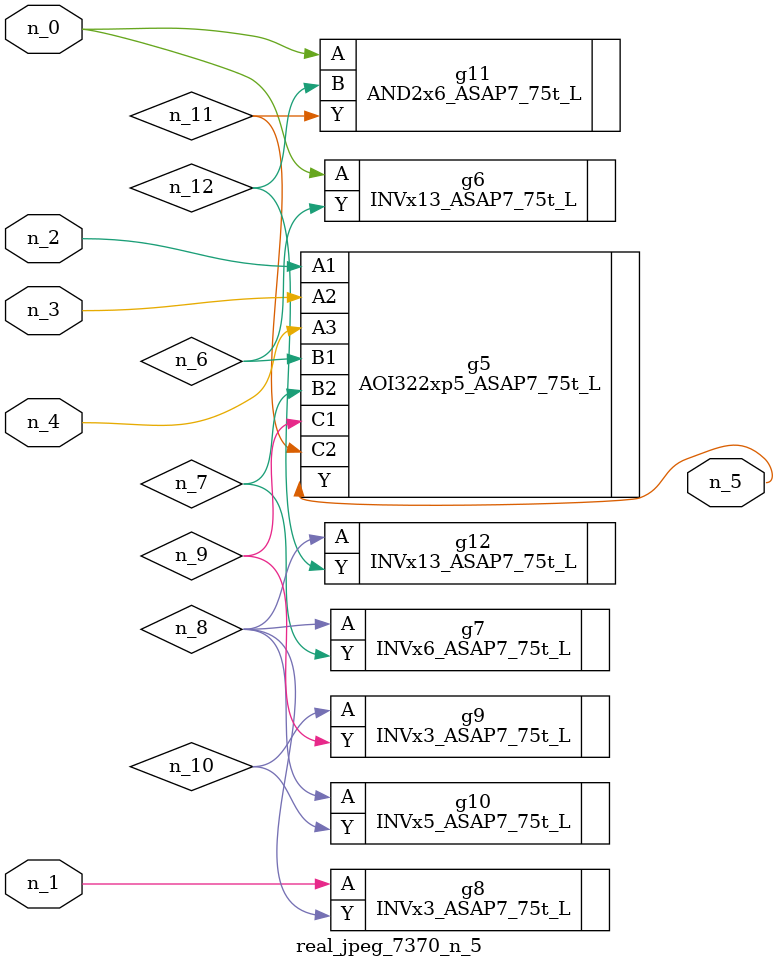
<source format=v>
module real_jpeg_7370_n_5 (n_4, n_0, n_1, n_2, n_3, n_5);

input n_4;
input n_0;
input n_1;
input n_2;
input n_3;

output n_5;

wire n_12;
wire n_8;
wire n_11;
wire n_6;
wire n_7;
wire n_10;
wire n_9;

INVx13_ASAP7_75t_L g6 ( 
.A(n_0),
.Y(n_6)
);

AND2x6_ASAP7_75t_L g11 ( 
.A(n_0),
.B(n_12),
.Y(n_11)
);

INVx3_ASAP7_75t_L g8 ( 
.A(n_1),
.Y(n_8)
);

AOI322xp5_ASAP7_75t_L g5 ( 
.A1(n_2),
.A2(n_3),
.A3(n_4),
.B1(n_6),
.B2(n_7),
.C1(n_9),
.C2(n_11),
.Y(n_5)
);

INVx6_ASAP7_75t_L g7 ( 
.A(n_8),
.Y(n_7)
);

INVx5_ASAP7_75t_L g10 ( 
.A(n_8),
.Y(n_10)
);

INVx13_ASAP7_75t_L g12 ( 
.A(n_8),
.Y(n_12)
);

INVx3_ASAP7_75t_L g9 ( 
.A(n_10),
.Y(n_9)
);


endmodule
</source>
